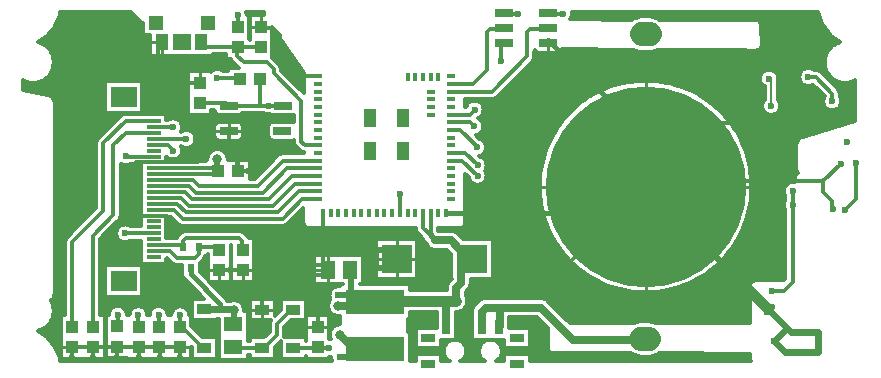
<source format=gbr>
G04 DipTrace 3.2.0.1*
G04 Top.gbr*
%MOIN*%
G04 #@! TF.FileFunction,Copper,L1,Top*
G04 #@! TF.Part,Single*
%AMOUTLINE0*
4,1,4,
0.029542,-0.014735,
0.029513,0.014794,
-0.029542,0.014735,
-0.029513,-0.014794,
0.029542,-0.014735,
0*%
%AMOUTLINE3*
4,1,16,
-0.011741,0.041358,
-0.029685,0.037294,
-0.044088,0.025848,
-0.052097,0.009286,
-0.052129,-0.009112,
-0.044175,-0.025701,
-0.02981,-0.037196,
-0.011881,-0.041319,
0.011741,-0.041358,
0.029685,-0.037294,
0.044088,-0.025848,
0.052097,-0.009286,
0.052129,0.009112,
0.044175,0.025701,
0.02981,0.037196,
0.011881,0.041319,
-0.011741,0.041358,
0*%
%AMOUTLINE6*
4,1,4,
-0.029562,-0.013706,
0.029492,-0.013854,
0.029562,0.013706,
-0.029492,0.013854,
-0.029562,-0.013706,
0*%
G04 #@! TA.AperFunction,CopperBalancing*
%ADD10C,0.009843*%
%ADD15C,0.011811*%
G04 #@! TA.AperFunction,Conductor*
%ADD16C,0.019685*%
%ADD17C,0.027559*%
%ADD18C,0.015748*%
G04 #@! TA.AperFunction,ViaPad*
%ADD19C,0.023622*%
G04 #@! TA.AperFunction,Conductor*
%ADD20C,0.035433*%
%ADD21C,0.007874*%
%ADD24R,0.03937X0.043307*%
%ADD25R,0.043307X0.03937*%
%ADD26R,0.102362X0.094488*%
%ADD27R,0.051181X0.059055*%
%ADD28R,0.059055X0.051181*%
%ADD29R,0.19685X0.07874*%
%ADD30R,0.01378X0.031496*%
%ADD31R,0.031496X0.01378*%
%ADD32R,0.03937X0.059055*%
G04 #@! TA.AperFunction,ComponentPad*
%ADD33R,0.047244X0.047244*%
%ADD34R,0.059055X0.055118*%
%ADD35R,0.043307X0.055118*%
%ADD36C,0.669291*%
%ADD37R,0.049213X0.011811*%
%ADD38R,0.086614X0.070866*%
%ADD39R,0.024488X0.025512*%
%ADD41R,0.048031X0.03622*%
%ADD42R,0.047244X0.031496*%
%ADD43R,0.027559X0.049213*%
G04 #@! TA.AperFunction,ViaPad*
%ADD50C,0.031496*%
%ADD101OUTLINE0*%
G04 #@! TA.AperFunction,ComponentPad*
%ADD104OUTLINE3*%
%ADD107OUTLINE6*%
%FSLAX26Y26*%
G04*
G70*
G90*
G75*
G01*
G04 Top*
%LPD*%
X-951772Y-195276D2*
D15*
X-860314D1*
X-853236Y-202353D1*
Y-181571D1*
X-843975Y-172310D1*
X-665870D1*
X-655614Y-182566D1*
Y-209349D1*
X-654951Y-210012D1*
X-951772Y-214961D2*
X-897572D1*
X-875134Y-237399D1*
X-813886D1*
X-801740Y-225253D1*
Y-202353D1*
X-741182D1*
X-732818Y-210718D1*
Y-277647D2*
X-694618Y-276941D1*
X-654951D1*
X-694618Y-277623D2*
Y-276941D1*
X-951772Y-96850D2*
X-907396D1*
X-888059Y-116188D1*
X-951772Y80315D2*
X-1011564D1*
X-1020215Y71664D1*
Y-18051D1*
Y-56031D1*
Y-96850D1*
X-951772D1*
Y80315D2*
X-803411D1*
X-760050Y123676D1*
X-704938D1*
X-675264Y94001D1*
Y55453D1*
X-670408Y50597D1*
X-694618Y-277623D2*
Y-319878D1*
X-668514Y-345982D1*
X-589169D1*
Y-409974D1*
X-589751D1*
X-1072888Y-533421D2*
X-1111585D1*
X-1152501D1*
X-1152707Y-533627D1*
X-1072888Y-533421D2*
X-1001005D1*
X-1000828Y-533598D1*
X-933224D1*
X-932310Y-534513D1*
X-864585D1*
X-864114Y-534042D1*
X-1111585Y-533421D2*
Y-411487D1*
X-1127573Y-395499D1*
Y-186189D1*
X-1038235Y-96850D1*
X-1020215D1*
X-404155Y-468202D2*
Y-387089D1*
X-445262Y-345982D1*
X-589169D1*
X-1152707Y-533627D2*
X-1222245D1*
X-1222837Y-534219D1*
X-888059Y-116188D2*
Y-118932D1*
X-871928Y-135063D1*
X-792087D1*
X-759052D1*
X-728220D1*
X-698491D1*
X-541852D1*
X-415990Y-260925D1*
X-386776Y-88871D2*
Y-262114D1*
X-371785Y-277105D1*
X-416062Y-294970D2*
X-389650D1*
X-371785Y-277105D1*
X-415990Y-260925D2*
X-387965D1*
X-207365Y-270402D2*
D16*
X-170209D1*
D15*
X-141635Y-241828D1*
X-208514Y-212799D2*
D16*
X-170664D1*
D15*
X-141635Y-241828D1*
X22673Y-88871D2*
D18*
X131636D1*
X158152D1*
X282769D1*
X599318D1*
D15*
X688189Y0D1*
X707654Y625D2*
X688189Y0D1*
X-416062Y-294970D2*
Y-316781D1*
X-445262Y-345982D1*
X-415990Y-260925D2*
Y-294898D1*
X-416062Y-294970D1*
X-208514Y-212799D2*
Y-270402D1*
X-207365D1*
X363280Y478484D2*
Y489434D1*
D18*
X558773Y293941D1*
D15*
Y216996D1*
Y129416D1*
X688189Y0D1*
X-760050Y123676D2*
Y140902D1*
X-873194Y254046D1*
X-909230D1*
X-937373Y282189D1*
Y345900D1*
Y466538D1*
X-923247Y480664D1*
X-701210Y184636D2*
Y121765D1*
X-675264Y94001D1*
X-402524Y367822D2*
X-463555D1*
X-485150Y389416D1*
X-531253Y435520D1*
Y505568D1*
X-554307Y528622D1*
X-591580D1*
X-594092Y531134D1*
X-530367Y417713D2*
X-531253Y435520D1*
X-633000Y53010D2*
X-667995D1*
X-670408Y50597D1*
X-798354Y345900D2*
X-937373D1*
X707654Y625D2*
Y17938D1*
X1273944D1*
X1280786D1*
Y20867D1*
X1283349D1*
X1338198Y75717D1*
X1273944Y17938D2*
X1279765Y12117D1*
Y-18667D1*
X1310698Y-49600D1*
Y-74134D1*
X1312915Y-76350D1*
X1272385Y281741D2*
Y236927D1*
X1246711Y211253D1*
X918282D1*
X707654Y625D1*
X1262466Y-484724D2*
D19*
X1172913D1*
X1158778Y-470589D1*
X1103580Y-415391D1*
X844466Y-156277D1*
X688189Y0D1*
X564253Y216996D2*
D15*
X558773D1*
X837026Y-163717D2*
X844466Y-156277D1*
X-1223152Y-572412D2*
Y-534534D1*
X-1227972Y-49479D2*
Y-12336D1*
X-1227487Y-11850D1*
Y29186D1*
X-1226021Y30652D1*
Y69491D1*
X-1011470Y-56031D2*
X-1020215D1*
X-1011470Y-16923D2*
X-1020215Y-18051D1*
X-1153524Y-572252D2*
Y-534444D1*
X-1072298Y-571125D2*
Y-534012D1*
X-1072888Y-533421D1*
X-1000098Y-572252D2*
Y-534328D1*
X-930906Y-570748D2*
Y-535917D1*
X-932310Y-534513D1*
X-863594Y-571125D2*
Y-534562D1*
X-546382Y-249896D2*
Y-282883D1*
X-792087Y-139403D2*
Y-135063D1*
X-759052Y-139954D2*
Y-135063D1*
X-728220Y-139403D2*
Y-135063D1*
X-698491Y-139403D2*
Y-135063D1*
X-614222Y202682D2*
Y170585D1*
X-613135Y169499D1*
Y135109D1*
X-612235Y134209D1*
X132877Y-78815D2*
D18*
X131636Y-88871D1*
X158152Y-95421D2*
Y-88871D1*
X132345Y-44828D2*
D15*
Y-78283D1*
X132877Y-78815D1*
Y-111739D1*
X132937Y-111799D1*
X158152Y-95421D2*
Y-60675D1*
X156912Y-59434D1*
X1127211Y558386D2*
X1164453D1*
X1198147D1*
X1199034Y559273D1*
X-480633Y362223D2*
X-460087Y363182D1*
X-463555Y367822D1*
X-505134Y389213D2*
X-504930Y389416D1*
X-485150D1*
X282769Y-84944D2*
D18*
Y-88871D1*
X1110341Y-399982D2*
D15*
Y-403255D1*
X1098205Y-415391D1*
X1103580D1*
X1263286Y-552493D2*
D19*
X1152199D1*
X1115642Y-515936D1*
X1263286Y-552493D2*
X1262466Y-484724D1*
X217707Y-285301D2*
D15*
X402888D1*
X688189Y0D1*
X1093602Y-418264D2*
X1090858D1*
X1011810Y-339215D1*
Y-323621D1*
X688189Y0D1*
X1110341Y-399982D2*
X1104819D1*
X1027925Y-323088D1*
X1011277D1*
X1115642Y-515936D2*
Y-513726D1*
D19*
X1158778Y-470589D1*
X-612235Y134209D2*
D15*
Y73776D1*
X-633000Y53010D1*
X-546382Y-249896D2*
Y-212542D1*
X-546370Y-212530D1*
Y-182500D1*
X-951772Y-155906D2*
X-1046606Y-156293D1*
X-1071583Y-427772D2*
Y-465186D1*
X-1072888Y-466492D1*
X-486176Y-539252D2*
X-408276D1*
X-404155Y-535131D1*
X-951772Y198425D2*
X-887946D1*
X-886839Y197318D1*
X-366479Y-537298D2*
X-401988D1*
X-404155Y-535131D1*
X-951772Y-77165D2*
X-884433D1*
X-854778Y-106820D1*
X-521148D1*
X-455955Y-41627D1*
X-402524D1*
X-951772Y-57480D2*
X-873039D1*
X-845226Y-85294D1*
X-536864D1*
X-467606Y-16037D1*
X-402524D1*
X-951772Y-37795D2*
X-859907D1*
X-833957Y-63745D1*
X-553442D1*
X-480143Y9554D1*
X-402524D1*
X-951772Y-18110D2*
X-846773D1*
X-822675Y-42209D1*
X-568260D1*
X-490907Y35144D1*
X-402524D1*
X-951772Y1575D2*
X-833640D1*
X-811736Y-20329D1*
X-588055D1*
X-506991Y60735D1*
X-402524D1*
X-951772Y21260D2*
X-819824D1*
X-800797Y2232D1*
X-604508D1*
X-520415Y86325D1*
X-402524D1*
X-951772Y60630D2*
X-747370D1*
X-737337Y50597D1*
X-951772Y40945D2*
X-746990D1*
X-737337Y50597D1*
X-738764Y90539D2*
D16*
Y52024D1*
D15*
X-737337Y50597D1*
X-336311Y-397601D2*
D17*
X-229240D1*
D15*
X-215135Y-383496D1*
X-296982Y-277105D2*
D16*
X-292598D1*
Y-353900D1*
D15*
X-263003Y-383496D1*
X-215135D1*
X-54098Y-88871D2*
Y-137621D1*
X-28614Y-163105D1*
D16*
X-12077Y-179642D1*
D17*
X39381D1*
X73433Y-213694D1*
Y-322178D1*
X57917Y-337694D1*
Y-382133D1*
D20*
X23584D1*
D17*
Y-467493D1*
X-28508Y-88871D2*
D15*
X-28614D1*
Y-163105D1*
X-215135Y-383496D2*
D20*
Y-382133D1*
X14295D1*
X23584D1*
X207510Y418605D2*
D15*
Y470993D1*
X214854Y478337D1*
X-671109Y570570D2*
Y533406D1*
X-671949Y532566D1*
X-738643Y361262D2*
X-667073D1*
X-664227Y358416D1*
X1391113Y78234D2*
Y-41474D1*
X1354639Y-77948D1*
X1310722Y283896D2*
Y309816D1*
X1255134Y365404D1*
X1230722D1*
X58022Y-382133D2*
X57917D1*
X13446Y-381815D2*
D16*
X14295Y-382133D1*
X56930Y-340241D2*
X57917Y-337694D1*
X73433Y-213694D2*
D17*
X82213D1*
D15*
X110346Y-241828D1*
X-335609Y-362201D2*
D16*
X-236430D1*
D15*
X-215135Y-383496D1*
X-951772Y100000D2*
X-1042896D1*
X-1043566Y100669D1*
X-1002088Y-428513D2*
Y-465409D1*
X-1000828Y-466669D1*
X-934912Y-428430D2*
Y-464982D1*
X-932310Y-467584D1*
X-951772Y139370D2*
X-903608D1*
X-884013Y119776D1*
X-886719D1*
X-862783Y-429668D2*
Y-467113D1*
X-864114D1*
X-862783Y-429668D2*
Y-462644D1*
X-786516Y-538912D1*
X-782633D1*
X-951772Y159055D2*
X-843559D1*
X-843021Y158517D1*
X-684281Y-412866D2*
D16*
X-782633D1*
Y-409957D1*
X-827488Y-272825D2*
D18*
Y-292429D1*
X-729509Y-390408D1*
Y-409957D1*
X-782633D1*
D16*
X-695406D1*
D15*
X-683699Y-421663D1*
D16*
Y-458678D1*
D15*
X-686213D1*
X-330144Y-493875D2*
D17*
X-283043Y-540976D1*
D19*
X-215135D1*
X-330510Y-568262D2*
D16*
X-242421D1*
D15*
X-215135Y-540976D1*
X-686213Y-533482D2*
Y-538929D1*
X-589751D1*
Y-543392D1*
X-539824Y-493466D1*
Y-457999D1*
X-492122Y-410297D1*
X-486176D1*
X38421Y239869D2*
X102056D1*
X118135Y255948D1*
X261930Y576303D2*
X216791D1*
X214756Y578339D1*
X-951772Y178740D2*
X-1044051D1*
X-1085505Y137286D1*
Y-94861D1*
X-1154887Y-164243D1*
Y-464518D1*
X-1152707Y-466698D1*
X-1222837Y-467290D2*
Y-186146D1*
X-1119147Y-82455D1*
Y143898D1*
X-1044934Y218110D1*
X-951772D1*
X38421Y342231D2*
X112097D1*
X159066Y389199D1*
Y513837D1*
X170593Y525365D1*
X211832D1*
X214806Y528339D1*
X38421Y316640D2*
X176474D1*
X293844Y434010D1*
Y516499D1*
X303808Y526463D1*
X361210D1*
X363230Y528483D1*
X141694Y-467493D2*
D17*
Y-418276D1*
X156490Y-403480D1*
X202043D1*
Y-466199D1*
X200749Y-467493D1*
X202043Y-403480D2*
X338465D1*
X446692Y-511707D1*
X683503D1*
X687337Y-507873D1*
X38421Y214278D2*
D15*
X103787D1*
X117781Y200285D1*
X412587Y575416D2*
X366249D1*
X363181Y578484D1*
X-130870Y-88871D2*
Y-25493D1*
X-130916Y-25448D1*
X-567083Y269990D2*
X-523017D1*
X-521864Y268836D1*
X-700997Y269282D2*
X-597298Y268836D1*
X-521864D1*
X-597298Y358416D2*
Y268836D1*
X-798354Y278971D2*
X-710686D1*
X-700997Y269282D1*
X-402524Y137507D2*
X-448151D1*
X-459951Y149307D1*
Y285467D1*
X-551260Y376776D1*
Y390581D1*
X-574264Y413585D1*
X-651266D1*
X-673319Y435638D1*
Y464899D1*
X-777560D1*
X-793325Y480664D1*
X-594092Y464205D2*
X-670517D1*
X-671949Y465636D1*
X-673319Y435638D1*
X38421Y111916D2*
X86780D1*
X128172Y70524D1*
X1178556Y-62328D2*
Y-14659D1*
X1179144D1*
X38421Y86325D2*
X77862D1*
X128156Y36031D1*
X1110512Y-348799D2*
X1148290D1*
X1178556Y-318533D1*
Y-62328D1*
X38421Y188688D2*
X70178D1*
X128563Y130303D1*
X126572D1*
X1107214Y268638D2*
D21*
Y352413D1*
X1099832Y359795D1*
D19*
X261930Y576303D3*
X412587Y575416D3*
X-671109Y570570D3*
X1199034Y559273D3*
X1127211Y558386D3*
X1164453D3*
X-1212777Y543068D3*
X-1140545Y542903D3*
X-1176858Y542646D3*
X-1104837Y542298D3*
X-530367Y417713D3*
X207510Y418605D3*
X-505134Y389213D3*
X303703Y386012D3*
X537462Y376927D3*
X1230722Y365404D3*
X-480633Y362223D3*
X281180Y361987D3*
X-738643Y361262D3*
X1099832Y359795D3*
X469037Y342714D3*
X256155Y334959D3*
X410115Y300899D3*
X1310722Y283896D3*
X1272385Y281741D3*
X1107214Y268638D3*
X-567083Y269990D3*
X118135Y255948D3*
X358797Y249580D3*
X628514Y219852D3*
X692776D3*
X564253Y216996D3*
X-614222Y202682D3*
X117781Y200285D3*
X-886839Y197318D3*
X313180Y186857D3*
X-613135Y169499D3*
X-843021Y158517D3*
X-612235Y134209D3*
X126572Y130303D3*
X-483547Y125005D3*
X-886719Y119776D3*
X-1043566Y100669D3*
X413440Y97448D3*
X285743Y97126D3*
D50*
X-738764Y90539D3*
D19*
X1391113Y78234D3*
X1338198Y75717D3*
X128172Y70524D3*
X-1226021Y69491D3*
X-633000Y53010D3*
X128156Y36031D3*
X-1226021Y30652D3*
D50*
X707654Y625D3*
D19*
X-1227487Y-11850D3*
X470004Y-12916D3*
X1179144Y-14659D3*
X-1011470Y-16923D3*
X-130916Y-25448D3*
X132345Y-44828D3*
X868140Y-47844D3*
X917493D3*
X-1227972Y-49479D3*
X812350Y-49990D3*
X-1011470Y-56031D3*
X156912Y-59434D3*
X470004Y-60041D3*
X1178556Y-62328D3*
X1312915Y-76350D3*
X1354639Y-77948D3*
X132877Y-78815D3*
X622155Y-83176D3*
X282769Y-84944D3*
X158152Y-95421D3*
X470004Y-110022D3*
X132937Y-111799D3*
X-888059Y-116188D3*
X-466789Y-117433D3*
X574362Y-130969D3*
X-792087Y-139403D3*
X-728220D3*
X-698491D3*
X-759052Y-139954D3*
D3*
X1110341Y-399982D3*
X-449270Y-150466D3*
X303676Y-151469D3*
X-411732Y-152469D3*
X-1046606Y-156293D3*
X837026Y-163717D3*
X707206Y-164790D3*
X770507D3*
X533396Y-172909D3*
X-546370Y-182500D3*
X-1081743Y-196942D3*
X328386Y-208490D3*
X-208514Y-212799D3*
X-546370Y-212530D3*
X-1082198Y-228339D3*
X-520463Y-229442D3*
X-546382Y-249896D3*
X-415990Y-260925D3*
X729738Y-261350D3*
X679311Y-262424D3*
X1360802Y147020D3*
X362598Y-263610D3*
X-519252Y-264568D3*
X625667Y-264570D3*
X-207365Y-270402D3*
X-694618Y-277623D3*
X-546382Y-282883D3*
X-416062Y-294970D3*
X-920606Y-304770D3*
X408215Y-320631D3*
X-899769Y-328501D3*
X202064Y-331870D3*
X1262466Y-484724D3*
D50*
X58022Y-382133D3*
X-336311Y-397601D3*
X-684281Y-412866D3*
D19*
X1093602Y-418264D3*
X-1071583Y-427772D3*
X-1002088Y-428513D3*
X-934912Y-428430D3*
X-862783Y-429668D3*
X1115642Y-515936D3*
X217707Y-285301D3*
D50*
X-330144Y-493875D3*
D19*
X-51127Y-450045D3*
X-366479Y-537298D3*
X-330510Y-568262D3*
X877114Y-568457D3*
X925079D3*
X427440Y-569123D3*
X466744Y-569789D3*
X-930906Y-570748D3*
X-1072298Y-571125D3*
X-863594D3*
X-1153524Y-572252D3*
X-1000098D3*
X-1223152Y-572412D3*
X1110512Y-348799D3*
X1263286Y-552493D3*
X13446Y-381815D3*
X56930Y-340241D3*
X-335609Y-362201D3*
X-1264455Y570997D2*
D15*
X-1016895D1*
X-632888D2*
X-584085D1*
X443437D2*
X1264479D1*
X-1269185Y559318D2*
X-1005199D1*
X439077D2*
X646753D1*
X731331D2*
X1269346D1*
X-1273937Y547638D2*
X-993526D1*
X1071290D2*
X1274214D1*
X-1278665Y535958D2*
X-987898D1*
X1074843D2*
X1279104D1*
X-1287201Y524278D2*
X-987898D1*
X1075142D2*
X1287524D1*
X-1296428Y512598D2*
X-987898D1*
X-555033D2*
X-544177D1*
X1075465D2*
X1296589D1*
X-1306186Y500919D2*
X-964276D1*
X-555033D2*
X-536172D1*
X1075765D2*
X1306186D1*
X-1322657Y489239D2*
X-964276D1*
X-555033D2*
X-528167D1*
X1076066D2*
X1322657D1*
X-1325310Y477559D2*
X-964276D1*
X-555033D2*
X-520163D1*
X1076388D2*
X1325310D1*
X-1307039Y465879D2*
X-964276D1*
X-555033D2*
X-512181D1*
X1075741D2*
X1307039D1*
X-1296589Y454199D2*
X-964276D1*
X-555033D2*
X-504176D1*
X409480D2*
X650352D1*
X727824D2*
X870193D1*
X1064785D2*
X1296589D1*
X-1289923Y442520D2*
X-964276D1*
X-555033D2*
X-496172D1*
X319122D2*
X1289923D1*
X-1285886Y430840D2*
X-711008D1*
X-555033D2*
X-488190D1*
X318913D2*
X1285886D1*
X-1284063Y419160D2*
X-692068D1*
X-544583D2*
X-480185D1*
X314000D2*
X1284063D1*
X-1284224Y407480D2*
X-680419D1*
X-532911D2*
X-472180D1*
X302558D2*
X1284224D1*
X-1286416Y395801D2*
X-705240D1*
X-526567D2*
X-464176D1*
X290886D2*
X1286416D1*
X-1290823Y384121D2*
X-837399D1*
X-523360D2*
X-456194D1*
X279213D2*
X1081085D1*
X1118580D2*
X1206092D1*
X1271478D2*
X1290823D1*
X-1298020Y372441D2*
X-837399D1*
X-511664D2*
X-452341D1*
X267541D2*
X1071442D1*
X1128223D2*
X1200371D1*
X1283358D2*
X1298020D1*
X-1309323Y360761D2*
X-837399D1*
X-499992D2*
X-452365D1*
X255845D2*
X1068673D1*
X1130991D2*
X1199909D1*
X1295030D2*
X1309323D1*
X-1386602Y349081D2*
X-1377927D1*
X-1330269D2*
X-1113850D1*
X-988512D2*
X-837399D1*
X-488319D2*
X-452387D1*
X244172D2*
X635680D1*
X740697D2*
X1070635D1*
X1130529D2*
X1204362D1*
X1306703D2*
X1330269D1*
X1377915D2*
X1386626D1*
X-1386602Y337402D2*
X-1113850D1*
X-988512D2*
X-837399D1*
X-476623D2*
X-452411D1*
X232500D2*
X583799D1*
X792577D2*
X1078685D1*
X1130529D2*
X1218780D1*
X1318399D2*
X1386626D1*
X-1386602Y325722D2*
X-1113850D1*
X-988512D2*
X-837399D1*
X-464950D2*
X-452457D1*
X220804D2*
X551365D1*
X825012D2*
X1083899D1*
X1130529D2*
X1259564D1*
X1330003D2*
X1386626D1*
X-1350131Y314042D2*
X-1113850D1*
X-988512D2*
X-837399D1*
X209131D2*
X526175D1*
X850202D2*
X1083899D1*
X1130529D2*
X1271238D1*
X1335631D2*
X1386626D1*
X-1297189Y302362D2*
X-1113850D1*
X-988512D2*
X-837399D1*
X197458D2*
X505159D1*
X871218D2*
X1083899D1*
X1130529D2*
X1282911D1*
X1336000D2*
X1386626D1*
X-1283879Y290682D2*
X-1113850D1*
X-988512D2*
X-837399D1*
X88391D2*
X487028D1*
X889349D2*
X1083899D1*
X1130529D2*
X1280327D1*
X1341121D2*
X1386626D1*
X-1279843Y279003D2*
X-1113850D1*
X-988512D2*
X-837399D1*
X88391D2*
X97748D1*
X138518D2*
X471017D1*
X905358D2*
X1077878D1*
X1136550D2*
X1279934D1*
X1341490D2*
X1386626D1*
X-1279335Y267323D2*
X-1113850D1*
X-988512D2*
X-837399D1*
X147077D2*
X456715D1*
X919661D2*
X1076055D1*
X1138373D2*
X1284525D1*
X1336899D2*
X1386626D1*
X-1279335Y255643D2*
X-1113850D1*
X-988512D2*
X-837399D1*
X149315D2*
X443820D1*
X932556D2*
X1078986D1*
X1135444D2*
X1299450D1*
X1321997D2*
X1386626D1*
X-1279335Y243963D2*
X-837399D1*
X-759303D2*
X-745748D1*
X-656211D2*
X-583185D1*
X146823D2*
X432101D1*
X944276D2*
X1088974D1*
X1125454D2*
X1386626D1*
X-1279335Y232283D2*
X-1066007D1*
X-907795D2*
X-485238D1*
X137757D2*
X421420D1*
X954955D2*
X1386626D1*
X-1279335Y220604D2*
X-1077703D1*
X-866734D2*
X-485238D1*
X141033D2*
X411639D1*
X964736D2*
X1386626D1*
X-1279335Y208924D2*
X-1089375D1*
X-857990D2*
X-746786D1*
X-655680D2*
X-567337D1*
X147699D2*
X402689D1*
X973710D2*
X1353614D1*
X-1279335Y197244D2*
X-1101049D1*
X-855660D2*
X-750085D1*
X-652289D2*
X-570936D1*
X148807D2*
X394454D1*
X981923D2*
X1314698D1*
X-1279335Y185564D2*
X-1112744D1*
X-828854D2*
X-750109D1*
X-652312D2*
X-570959D1*
X145093D2*
X386911D1*
X989466D2*
X1275759D1*
X-1279335Y173885D2*
X-1124416D1*
X-816075D2*
X-750131D1*
X-652335D2*
X-571005D1*
X133213D2*
X379990D1*
X996387D2*
X1236819D1*
X-1279335Y162205D2*
X-1136089D1*
X-812060D2*
X-747917D1*
X-654504D2*
X-569021D1*
X131921D2*
X373669D1*
X1002707D2*
X1202655D1*
X-1279335Y150525D2*
X-1143493D1*
X-812915D2*
X-485238D1*
X149915D2*
X367902D1*
X1008475D2*
X1192966D1*
X-1279335Y138845D2*
X-1144417D1*
X-819189D2*
X-482837D1*
X156512D2*
X362642D1*
X1013734D2*
X1189852D1*
X-1279335Y127165D2*
X-1144417D1*
X-856467D2*
X-473056D1*
X157596D2*
X357890D1*
X1018487D2*
X1189760D1*
X-1279335Y115486D2*
X-1144417D1*
X-855845D2*
X-762958D1*
X-714573D2*
X-459101D1*
X153836D2*
X353600D1*
X1022777D2*
X1189760D1*
X-1279335Y103806D2*
X-1144417D1*
X-860135D2*
X-771193D1*
X-706339D2*
X-538178D1*
X141818D2*
X349793D1*
X1026583D2*
X1189760D1*
X-1279335Y92126D2*
X-1144417D1*
X-907795D2*
X-899550D1*
X-873907D2*
X-773846D1*
X-703685D2*
X-549874D1*
X150168D2*
X346402D1*
X1029974D2*
X1189760D1*
X-1279335Y80446D2*
X-1144417D1*
X-629382D2*
X-561547D1*
X157665D2*
X343472D1*
X1032904D2*
X1189760D1*
X-1279335Y68766D2*
X-1144417D1*
X-1060231D2*
X-995740D1*
X-629382D2*
X-573220D1*
X159303D2*
X340934D1*
X1035441D2*
X1189760D1*
X-1279335Y57087D2*
X-1144417D1*
X-1060231D2*
X-995740D1*
X-629382D2*
X-584916D1*
X156167D2*
X338812D1*
X1037564D2*
X1190037D1*
X-1279335Y45407D2*
X-1144417D1*
X-1060231D2*
X-995740D1*
X-629382D2*
X-596588D1*
X157827D2*
X337105D1*
X1039270D2*
X1193451D1*
X-1279335Y33727D2*
X-1144417D1*
X-1060231D2*
X-995740D1*
X-629382D2*
X-608261D1*
X88369D2*
X95210D1*
X159257D2*
X335790D1*
X1040585D2*
X1185677D1*
X-1279335Y22047D2*
X-1144417D1*
X-1060231D2*
X-995740D1*
X88369D2*
X100424D1*
X155890D2*
X334867D1*
X1041508D2*
X1184916D1*
X-1279335Y10367D2*
X-1144417D1*
X-1060231D2*
X-995740D1*
X88369D2*
X111450D1*
X144862D2*
X334314D1*
X1042062D2*
X1161409D1*
X-1279335Y-1312D2*
X-1144417D1*
X-1060231D2*
X-995740D1*
X88369D2*
X334176D1*
X1042201D2*
X1151097D1*
X-1279335Y-12992D2*
X-1144417D1*
X-1060231D2*
X-995740D1*
X88369D2*
X334407D1*
X1041970D2*
X1148007D1*
X-1279335Y-24672D2*
X-1144417D1*
X-1060231D2*
X-995740D1*
X88369D2*
X335029D1*
X1041346D2*
X1149690D1*
X-1279335Y-36352D2*
X-1144417D1*
X-1060231D2*
X-995740D1*
X88369D2*
X336045D1*
X1040332D2*
X1153289D1*
X-1279335Y-48031D2*
X-1144417D1*
X-1060231D2*
X-995740D1*
X88369D2*
X337451D1*
X1038925D2*
X1151005D1*
X-1279335Y-59711D2*
X-1144417D1*
X-1060231D2*
X-995740D1*
X88369D2*
X339274D1*
X1037126D2*
X1147499D1*
X-1279335Y-71391D2*
X-1144417D1*
X-1060231D2*
X-995740D1*
X88369D2*
X341466D1*
X1034911D2*
X1148768D1*
X-1279335Y-83071D2*
X-1155028D1*
X-1060231D2*
X-995740D1*
X-462136D2*
X-453425D1*
X88369D2*
X344096D1*
X1032281D2*
X1153289D1*
X-1279335Y-94751D2*
X-1166701D1*
X-1060231D2*
X-995740D1*
X-473832D2*
X-453449D1*
X88369D2*
X347140D1*
X1029236D2*
X1153289D1*
X-1279335Y-106430D2*
X-1178374D1*
X-1063184D2*
X-995740D1*
X-907795D2*
X-890433D1*
X-485504D2*
X-453472D1*
X88369D2*
X350601D1*
X1025776D2*
X1153289D1*
X-1279335Y-118110D2*
X-1190070D1*
X-1073495D2*
X-995740D1*
X-907795D2*
X-878738D1*
X-497177D2*
X-453495D1*
X88369D2*
X354522D1*
X1021854D2*
X1153289D1*
X-1279335Y-129790D2*
X-1201741D1*
X-1085168D2*
X-1061854D1*
X-1031373D2*
X-995740D1*
X-907795D2*
X-863236D1*
X-512702D2*
X-451327D1*
X85831D2*
X358906D1*
X1017471D2*
X1153289D1*
X-1279335Y-141470D2*
X-1213415D1*
X-1096864D2*
X-1073874D1*
X-907795D2*
X-79072D1*
X-3329D2*
X363773D1*
X1012604D2*
X1153289D1*
X-1279335Y-153150D2*
X-1225087D1*
X-1108535D2*
X-1077634D1*
X-907795D2*
X-859776D1*
X-650075D2*
X-73697D1*
X58449D2*
X369147D1*
X1007228D2*
X1153289D1*
X-1279335Y-164829D2*
X-1236782D1*
X-1120209D2*
X-1076550D1*
X-907795D2*
X-871748D1*
X-638102D2*
X-62139D1*
X70951D2*
X375030D1*
X1001346D2*
X1153289D1*
X-1279335Y-176509D2*
X-1246102D1*
X-1129621D2*
X-1069951D1*
X-615887D2*
X-212176D1*
X-71080D2*
X-54412D1*
X180895D2*
X381490D1*
X994887D2*
X1153289D1*
X-1279335Y-188189D2*
X-1248109D1*
X-1129621D2*
X-995740D1*
X-615887D2*
X-212176D1*
X-71080D2*
X-44353D1*
X180895D2*
X388549D1*
X987828D2*
X1153289D1*
X-1279335Y-199869D2*
X-1248109D1*
X-1129621D2*
X-995740D1*
X-615887D2*
X-212176D1*
X-71080D2*
X-38009D1*
X180895D2*
X396253D1*
X980147D2*
X1153289D1*
X-1279335Y-211549D2*
X-1248109D1*
X-1129621D2*
X-995740D1*
X-615887D2*
X-212176D1*
X-71080D2*
X-15241D1*
X180895D2*
X404627D1*
X971749D2*
X1153289D1*
X-1279335Y-223228D2*
X-1248109D1*
X-1129621D2*
X-995740D1*
X-615887D2*
X-212176D1*
X-71080D2*
X36571D1*
X180895D2*
X413762D1*
X962614D2*
X1153289D1*
X-1279335Y-234908D2*
X-1248109D1*
X-1129621D2*
X-995740D1*
X-778474D2*
X-771862D1*
X-615887D2*
X-416747D1*
X-252029D2*
X-212176D1*
X-71080D2*
X39801D1*
X180895D2*
X423751D1*
X952650D2*
X1153289D1*
X-1279335Y-246588D2*
X-1248109D1*
X-1129621D2*
X-995740D1*
X-907795D2*
X-901189D1*
X-787816D2*
X-771862D1*
X-615887D2*
X-416747D1*
X-252029D2*
X-212176D1*
X-71080D2*
X39801D1*
X180895D2*
X434639D1*
X941738D2*
X1153289D1*
X-1279335Y-258268D2*
X-1248109D1*
X-1129621D2*
X-995740D1*
X-907795D2*
X-888357D1*
X-795867D2*
X-771862D1*
X-615887D2*
X-416747D1*
X-252029D2*
X-212176D1*
X-71080D2*
X39801D1*
X180895D2*
X446612D1*
X929765D2*
X1153289D1*
X-1279335Y-269948D2*
X-1248109D1*
X-1129621D2*
X-1113850D1*
X-988512D2*
X-859106D1*
X-795867D2*
X-771862D1*
X-615887D2*
X-416747D1*
X-252029D2*
X-212176D1*
X-71080D2*
X39801D1*
X180895D2*
X459806D1*
X916570D2*
X1153289D1*
X-1279335Y-281627D2*
X-1248109D1*
X-1129621D2*
X-1113850D1*
X-988512D2*
X-859106D1*
X-795867D2*
X-771862D1*
X-615887D2*
X-416747D1*
X-252029D2*
X-212176D1*
X-71080D2*
X39801D1*
X180895D2*
X474455D1*
X901921D2*
X1153289D1*
X-1279335Y-293307D2*
X-1248109D1*
X-1129621D2*
X-1113850D1*
X-988512D2*
X-859106D1*
X-788577D2*
X-771862D1*
X-615887D2*
X-416747D1*
X-252029D2*
X-212176D1*
X-71080D2*
X39801D1*
X180895D2*
X490879D1*
X885497D2*
X1153289D1*
X-1279335Y-304987D2*
X-1248109D1*
X-1129621D2*
X-1113850D1*
X-988512D2*
X-851517D1*
X-615887D2*
X-416747D1*
X-252029D2*
X-212176D1*
X-71080D2*
X39801D1*
X180895D2*
X509588D1*
X866789D2*
X1153289D1*
X-1279335Y-316667D2*
X-1248109D1*
X-1129621D2*
X-1113850D1*
X-988512D2*
X-841298D1*
X-615887D2*
X-416747D1*
X-252029D2*
X32648D1*
X106592D2*
X531387D1*
X844988D2*
X1042469D1*
X-1279335Y-328346D2*
X-1248109D1*
X-1129621D2*
X-1113850D1*
X-988512D2*
X-829602D1*
X-753537D2*
X-332940D1*
X-97332D2*
X26167D1*
X105992D2*
X557846D1*
X818529D2*
X1035409D1*
X-1279335Y-340026D2*
X-1248109D1*
X-1129621D2*
X-1113850D1*
X-988512D2*
X-817929D1*
X-741841D2*
X-357000D1*
X-97332D2*
X24760D1*
X101148D2*
X592795D1*
X783580D2*
X1035178D1*
X-1279335Y-351706D2*
X-1248109D1*
X-1129621D2*
X-1113850D1*
X-988512D2*
X-806257D1*
X-730168D2*
X-364890D1*
X91067D2*
X658818D1*
X717559D2*
X1035202D1*
X-1280811Y-363386D2*
X-1248109D1*
X-1129621D2*
X-1113850D1*
X-988512D2*
X-794562D1*
X-718496D2*
X-366757D1*
X91067D2*
X1035224D1*
X-1288217Y-375066D2*
X-1248109D1*
X-1129621D2*
X-826026D1*
X-707261D2*
X-633129D1*
X-546360D2*
X-529551D1*
X-442782D2*
X-363898D1*
X94297D2*
X140655D1*
X354301D2*
X1035224D1*
X-1289623Y-386745D2*
X-1248109D1*
X-1129621D2*
X-826026D1*
X-661424D2*
X-633129D1*
X-546360D2*
X-529551D1*
X-442782D2*
X-369642D1*
X94713D2*
X126837D1*
X368118D2*
X1035248D1*
X-1285724Y-398425D2*
X-1248109D1*
X-1129621D2*
X-1078995D1*
X-1064176D2*
X-826026D1*
X-652382D2*
X-633129D1*
X-546360D2*
X-529551D1*
X-442782D2*
X-371417D1*
X91091D2*
X115465D1*
X379791D2*
X1035270D1*
X-1284017Y-410105D2*
X-1248109D1*
X-1129621D2*
X-1097010D1*
X-1046159D2*
X-1026953D1*
X-977207D2*
X-959846D1*
X-909987D2*
X-886719D1*
X-838866D2*
X-826026D1*
X-649268D2*
X-633129D1*
X-546360D2*
X-529551D1*
X-442782D2*
X-369042D1*
X81609D2*
X109605D1*
X391487D2*
X1035270D1*
X-1284294Y-421785D2*
X-1248109D1*
X-1129621D2*
X-1102155D1*
X-1041014D2*
X-1032512D1*
X-971671D2*
X-965362D1*
X-904472D2*
X-892902D1*
X-832661D2*
X-826026D1*
X-546360D2*
X-538879D1*
X-442782D2*
X-361290D1*
X-97332D2*
X-9567D1*
X56741D2*
X108543D1*
X403160D2*
X1035294D1*
X-1286601Y-433465D2*
X-1261881D1*
X-365110D2*
X-332940D1*
X-97332D2*
X-9567D1*
X56741D2*
X108543D1*
X414832D2*
X1035318D1*
X-1291169Y-445144D2*
X-1261881D1*
X-365110D2*
X-330724D1*
X-100862D2*
X-9567D1*
X56741D2*
X108543D1*
X235198D2*
X333738D1*
X426528D2*
X1035318D1*
X-1298551Y-456824D2*
X-1261881D1*
X-825049D2*
X-735114D1*
X-637318D2*
X-565076D1*
X-503383D2*
X-443206D1*
X-365110D2*
X-330748D1*
X-100908D2*
X-9567D1*
X56741D2*
X108543D1*
X235198D2*
X345411D1*
X-1310177Y-468504D2*
X-1261881D1*
X-821657D2*
X-735114D1*
X-637318D2*
X-565100D1*
X-514547D2*
X-443206D1*
X-365110D2*
X-353862D1*
X-100978D2*
X-9567D1*
X56741D2*
X108543D1*
X235106D2*
X357106D1*
X-1332345Y-480184D2*
X-1261881D1*
X-809984D2*
X-735114D1*
X-637318D2*
X-565100D1*
X-514547D2*
X-443206D1*
X-101046D2*
X-78472D1*
X56741D2*
X108543D1*
X302789D2*
X361097D1*
X-1318966Y-491864D2*
X-1261881D1*
X-798312D2*
X-735114D1*
X-637318D2*
X-573474D1*
X-514547D2*
X-443206D1*
X-97332D2*
X-78472D1*
X56741D2*
X108543D1*
X302789D2*
X360982D1*
X-1303602Y-503543D2*
X-1261881D1*
X-97332D2*
X-78472D1*
X56741D2*
X108543D1*
X302789D2*
X360866D1*
X-1294352Y-515223D2*
X-1261881D1*
X-97332D2*
X-78472D1*
X7513D2*
X35163D1*
X71043D2*
X153273D1*
X189154D2*
X216803D1*
X302789D2*
X360727D1*
X-1285125Y-526903D2*
X-1261881D1*
X-538008D2*
X-529551D1*
X-97332D2*
X-78472D1*
X7513D2*
X21299D1*
X84908D2*
X139409D1*
X203018D2*
X216803D1*
X302789D2*
X360613D1*
X-1277605Y-538583D2*
X-1261881D1*
X-546360D2*
X-529551D1*
X-97332D2*
X-78472D1*
X7513D2*
X15579D1*
X90652D2*
X133689D1*
X208762D2*
X216832D1*
X302789D2*
X360520D1*
X-1272852Y-550262D2*
X-1261881D1*
X-546360D2*
X-529551D1*
X-97332D2*
X14079D1*
X92151D2*
X132189D1*
X210261D2*
X365526D1*
X-1268123Y-561942D2*
X-1261890D1*
X-546360D2*
X-529551D1*
X-97332D2*
X-78472D1*
X7513D2*
X16291D1*
X89959D2*
X134381D1*
X208070D2*
X216801D1*
X302789D2*
X649567D1*
X725240D2*
X1035479D1*
X-1183785Y-573622D2*
X-971357D1*
X-546360D2*
X-529551D1*
X-97332D2*
X-78472D1*
X7513D2*
X22983D1*
X83224D2*
X141093D1*
X201335D2*
X216803D1*
X302789D2*
X1035501D1*
X-556218Y491290D2*
Y429605D1*
X-532938Y406230D1*
X-530715Y403171D1*
X-528999Y399802D1*
X-527831Y396206D1*
X-527240Y392471D1*
X-527165Y390573D1*
X-525870Y385461D1*
X-451310Y310900D1*
X-451143Y378474D1*
X-556224Y531925D1*
X-556222Y491291D1*
X-631966Y488285D2*
Y570976D1*
X-582890D1*
X-584362Y574323D1*
X-585029Y577098D1*
X-585252Y579944D1*
X-585196Y581377D1*
X-587789Y582677D1*
X-643684D1*
X-642577Y579840D1*
X-641478Y575262D1*
X-641181Y572399D1*
X-634075Y572408D1*
X-634098Y492723D1*
X-760480Y254891D2*
Y239129D1*
X-836228D1*
Y385743D1*
X-760480D1*
Y381835D1*
X-758126Y384075D1*
X-754318Y386841D1*
X-750123Y388979D1*
X-745647Y390433D1*
X-740997Y391171D1*
X-736289D1*
X-731639Y390433D1*
X-727163Y388979D1*
X-722969Y386841D1*
X-720786Y385357D1*
X-704070Y385503D1*
Y396290D1*
X-668059D1*
X-691115Y419395D1*
X-693438Y422379D1*
X-695266Y425697D1*
X-709823Y425794D1*
Y440811D1*
X-753482Y440804D1*
X-753483Y434916D1*
X-963089D1*
Y503812D1*
X-986711Y503814D1*
Y543423D1*
X-988253Y543950D1*
X-989749Y545038D1*
X-1027394Y582682D1*
X-1264046Y582676D1*
X-1265163Y572307D1*
X-1280459Y534478D1*
X-1284776Y528823D1*
X-1306310Y501730D1*
X-1335703Y480827D1*
X-1327678Y478066D1*
X-1322756Y475797D1*
X-1318028Y473148D1*
X-1313520Y470136D1*
X-1309264Y466781D1*
X-1305283Y463102D1*
X-1301605Y459122D1*
X-1298249Y454866D1*
X-1295238Y450358D1*
X-1292589Y445630D1*
X-1290320Y440707D1*
X-1288444Y435622D1*
X-1286972Y430406D1*
X-1285916Y425089D1*
X-1285278Y419707D1*
X-1285066Y414291D1*
X-1285278Y408875D1*
X-1285916Y403493D1*
X-1286972Y398177D1*
X-1288444Y392961D1*
X-1290320Y387875D1*
X-1292589Y382953D1*
X-1295238Y378224D1*
X-1298249Y373717D1*
X-1301605Y369461D1*
X-1305283Y365480D1*
X-1309264Y361802D1*
X-1313520Y358446D1*
X-1318028Y355434D1*
X-1322756Y352786D1*
X-1327678Y350517D1*
X-1332764Y348640D1*
X-1337980Y347169D1*
X-1343297Y346113D1*
X-1348678Y345475D1*
X-1354094Y345262D1*
X-1359510Y345475D1*
X-1364892Y346113D1*
X-1370209Y347169D1*
X-1375425Y348640D1*
X-1380510Y350517D1*
X-1387780Y354100D1*
X-1387795Y321400D1*
X-1303304Y304280D1*
X-1294879Y300929D1*
X-1291550Y298181D1*
X-1286958Y293991D1*
X-1282260Y285598D1*
X-1281424Y281364D1*
X-1280512Y275673D1*
X-1280585Y-355256D1*
X-1282203Y-364178D1*
X-1284238Y-367986D1*
X-1287437Y-373316D1*
X-1294352Y-379323D1*
X-1290320Y-387875D1*
X-1288444Y-392961D1*
X-1286972Y-398177D1*
X-1285916Y-403493D1*
X-1285278Y-408875D1*
X-1285066Y-414291D1*
X-1285278Y-419707D1*
X-1285916Y-425089D1*
X-1286972Y-430406D1*
X-1288444Y-435622D1*
X-1290320Y-440707D1*
X-1292589Y-445630D1*
X-1295238Y-450358D1*
X-1298249Y-454866D1*
X-1301605Y-459122D1*
X-1305283Y-463102D1*
X-1309264Y-466781D1*
X-1313520Y-470136D1*
X-1318028Y-473148D1*
X-1322756Y-475797D1*
X-1327678Y-478066D1*
X-1332764Y-479942D1*
X-1335759Y-480786D1*
X-1306181Y-501852D1*
X-1280936Y-533685D1*
X-1280266Y-534902D1*
X-1265121Y-572478D1*
X-1264043Y-582699D1*
X-356823Y-582677D1*
X-358227Y-579743D1*
X-359681Y-575266D1*
X-360419Y-570617D1*
X-360449Y-566690D1*
X-364125Y-567206D1*
X-366286Y-567290D1*
X-366281Y-574974D1*
X-442029D1*
Y-563324D1*
X-443962Y-563346D1*
X-443971Y-575551D1*
X-528381D1*
Y-516104D1*
X-547531Y-535248D1*
X-547546Y-575228D1*
X-631955D1*
Y-563025D1*
X-638495Y-563024D1*
X-638496Y-577261D1*
X-733929D1*
Y-440888D1*
X-740407Y-440898D1*
X-740428Y-446256D1*
X-824837D1*
Y-373657D1*
X-783106D1*
X-847307Y-309356D1*
X-849711Y-306047D1*
X-850714Y-304255D1*
X-857921Y-303770D1*
Y-261486D1*
X-877025Y-261419D1*
X-880759Y-260828D1*
X-884354Y-259660D1*
X-887723Y-257944D1*
X-890782Y-255720D1*
X-907554Y-239054D1*
X-908976Y-240079D1*
Y-258740D1*
X-994567D1*
Y-180193D1*
X-1028652Y-180314D1*
X-1032987Y-183022D1*
X-1037336Y-184824D1*
X-1041913Y-185924D1*
X-1046606Y-186293D1*
X-1051299Y-185924D1*
X-1055877Y-184824D1*
X-1060226Y-183022D1*
X-1064240Y-180563D1*
X-1067819Y-177505D1*
X-1070877Y-173927D1*
X-1073336Y-169912D1*
X-1075138Y-165563D1*
X-1076238Y-160986D1*
X-1076606Y-156293D1*
X-1076238Y-151600D1*
X-1075138Y-147022D1*
X-1073336Y-142673D1*
X-1070877Y-138659D1*
X-1067819Y-135080D1*
X-1064240Y-132022D1*
X-1060226Y-129563D1*
X-1055877Y-127761D1*
X-1051299Y-126661D1*
X-1046606Y-126293D1*
X-1041913Y-126661D1*
X-1037336Y-127761D1*
X-1032987Y-129563D1*
X-1028836Y-132130D1*
X-994547Y-131986D1*
X-994543Y65039D1*
X-994567Y75913D1*
X-1026629Y75906D1*
X-1029946Y73940D1*
X-1034295Y72138D1*
X-1038873Y71038D1*
X-1043566Y70669D1*
X-1048259Y71038D1*
X-1052836Y72138D1*
X-1057185Y73940D1*
X-1061408Y76564D1*
X-1061484Y-96752D1*
X-1062076Y-100486D1*
X-1063244Y-104081D1*
X-1064961Y-107450D1*
X-1067184Y-110509D1*
X-1089346Y-132777D1*
X-1130795Y-174226D1*
X-1130793Y-426877D1*
X-1114833Y-426856D1*
Y-573470D1*
X-1184963Y-573510D1*
Y-574062D1*
X-1260711D1*
Y-427448D1*
X-1246940D1*
X-1246857Y-184255D1*
X-1246266Y-180521D1*
X-1245097Y-176925D1*
X-1243381Y-173556D1*
X-1241159Y-170497D1*
X-1218996Y-148230D1*
X-1143227Y-72461D1*
X-1143167Y145789D1*
X-1142576Y149522D1*
X-1141407Y153118D1*
X-1139692Y156487D1*
X-1137469Y159546D1*
X-1115306Y181814D1*
X-1060583Y236432D1*
X-1057524Y238655D1*
X-1054155Y240370D1*
X-1050559Y241539D1*
X-1046825Y242130D1*
X-1015407Y242205D1*
X-908976D1*
Y222528D1*
X-903121Y222520D1*
X-898319Y225034D1*
X-893843Y226488D1*
X-889193Y227226D1*
X-884484D1*
X-879835Y226488D1*
X-875358Y225034D1*
X-871164Y222896D1*
X-867356Y220130D1*
X-864026Y216801D1*
X-861260Y212992D1*
X-859122Y208798D1*
X-857668Y204322D1*
X-856930Y199672D1*
Y194963D1*
X-857668Y190314D1*
X-859122Y185837D1*
X-860419Y183144D1*
X-854501Y186234D1*
X-850025Y187688D1*
X-845375Y188425D1*
X-840667D1*
X-836017Y187688D1*
X-831541Y186234D1*
X-827346Y184096D1*
X-823538Y181329D1*
X-820209Y178000D1*
X-817442Y174192D1*
X-815304Y169997D1*
X-813850Y165521D1*
X-813113Y160871D1*
Y156163D1*
X-813850Y151513D1*
X-815304Y147037D1*
X-817442Y142843D1*
X-820209Y139034D1*
X-823538Y135705D1*
X-827346Y132938D1*
X-831541Y130801D1*
X-836017Y129346D1*
X-840667Y128609D1*
X-845375D1*
X-850025Y129346D1*
X-854501Y130801D1*
X-858696Y132938D1*
X-860310Y134017D1*
X-858188Y129046D1*
X-857088Y124469D1*
X-856719Y119776D1*
X-857088Y115083D1*
X-858188Y110505D1*
X-859990Y106156D1*
X-862449Y102142D1*
X-865507Y98563D1*
X-869085Y95505D1*
X-873100Y93046D1*
X-877449Y91244D1*
X-882026Y90144D1*
X-886719Y89776D1*
X-891412Y90144D1*
X-895990Y91244D1*
X-900339Y93046D1*
X-904353Y95505D1*
X-907932Y98563D1*
X-908975Y99690D1*
X-908976Y84717D1*
X-777167Y84724D1*
X-777180Y88471D1*
X-772635D1*
X-772596Y93202D1*
X-771762Y98462D1*
X-770118Y103526D1*
X-767699Y108272D1*
X-764570Y112580D1*
X-760804Y116345D1*
X-756496Y119475D1*
X-751751Y121894D1*
X-746686Y123538D1*
X-741427Y124371D1*
X-736101D1*
X-730841Y123538D1*
X-725777Y121894D1*
X-721031Y119475D1*
X-716723Y116345D1*
X-712958Y112580D1*
X-709828Y108272D1*
X-707409Y103526D1*
X-705765Y98462D1*
X-704932Y93202D1*
X-704908Y88470D1*
X-630566Y88471D1*
Y26329D1*
X-614472Y26327D1*
X-536063Y104647D1*
X-533004Y106870D1*
X-529635Y108587D1*
X-526039Y109755D1*
X-522306Y110346D1*
X-490887Y110420D1*
X-451786D1*
X-451920Y113709D1*
X-455597Y114591D1*
X-459089Y116038D1*
X-462314Y118013D1*
X-465193Y120475D1*
X-478273Y133659D1*
X-480495Y136718D1*
X-482211Y140087D1*
X-483381Y143682D1*
X-483971Y147416D1*
X-484046Y154266D1*
X-487007Y153024D1*
X-489783Y152364D1*
X-492635Y152147D1*
X-553110Y152354D1*
X-555929Y152808D1*
X-558640Y153697D1*
X-561181Y155000D1*
X-563486Y156682D1*
X-565499Y158706D1*
X-567171Y161020D1*
X-568459Y163566D1*
X-569335Y166282D1*
X-569774Y169102D1*
X-569757Y198091D1*
X-569526Y200936D1*
X-568853Y203709D1*
X-567753Y206343D1*
X-566256Y208773D1*
X-564398Y210938D1*
X-562222Y212787D1*
X-559785Y214272D1*
X-557146Y215357D1*
X-554369Y216017D1*
X-551517Y216234D1*
X-491042Y216026D1*
X-488224Y215572D1*
X-485512Y214684D1*
X-484211Y214079D1*
X-484046Y214268D1*
X-484155Y238755D1*
X-486794Y237669D1*
X-489571Y237009D1*
X-492417Y236793D1*
X-552898Y237000D1*
X-555715Y237454D1*
X-558428Y238343D1*
X-562390Y240358D1*
X-567083Y239990D1*
X-571776Y240358D1*
X-576353Y241458D1*
X-580702Y243260D1*
X-583255Y244743D1*
X-656618Y244996D1*
X-658676Y242534D1*
X-660852Y240685D1*
X-663289Y239201D1*
X-665928Y238115D1*
X-668705Y237455D1*
X-671556Y237239D1*
X-732031Y237446D1*
X-734850Y237900D1*
X-737562Y238789D1*
X-740102Y240092D1*
X-742407Y241774D1*
X-744420Y243798D1*
X-746092Y246112D1*
X-747381Y248657D1*
X-748256Y251374D1*
X-748696Y254201D1*
X-752025Y254877D1*
X-760491D1*
X41466Y-307261D2*
X40976D1*
Y-226453D1*
X26148Y-211619D1*
X-14585Y-211512D1*
X-19541Y-210727D1*
X-24311Y-209177D1*
X-28781Y-206899D1*
X-32840Y-203951D1*
X-36387Y-200404D1*
X-39335Y-196345D1*
X-41613Y-191875D1*
X-42734Y-188625D1*
X-49929Y-181310D1*
X-52514Y-177752D1*
X-54512Y-173832D1*
X-55761Y-170038D1*
X-72420Y-153269D1*
X-74643Y-150210D1*
X-76358Y-146841D1*
X-77528Y-143245D1*
X-78119Y-139504D1*
X-78627Y-138913D1*
X-435543Y-139295D1*
X-438362Y-138852D1*
X-441077Y-137974D1*
X-443622Y-136681D1*
X-445933Y-135005D1*
X-447954Y-132990D1*
X-449635Y-130682D1*
X-450934Y-128142D1*
X-451819Y-125428D1*
X-452269Y-122609D1*
X-452215Y-73873D1*
X-452210Y-71958D1*
X-505500Y-125142D1*
X-508559Y-127365D1*
X-511928Y-129080D1*
X-515524Y-130249D1*
X-519257Y-130840D1*
X-550676Y-130915D1*
X-856669Y-130840D1*
X-860403Y-130249D1*
X-863999Y-129080D1*
X-867367Y-127365D1*
X-870427Y-125142D1*
X-894408Y-101266D1*
X-908955Y-101260D1*
X-908976Y-171173D1*
X-874976Y-171181D1*
X-872730Y-167408D1*
X-870274Y-164533D1*
X-859623Y-153988D1*
X-856564Y-151765D1*
X-853196Y-150050D1*
X-849600Y-148881D1*
X-845866Y-148290D1*
X-814448Y-148215D1*
X-663979Y-148290D1*
X-660245Y-148881D1*
X-656650Y-150050D1*
X-653281Y-151765D1*
X-650222Y-153988D1*
X-638576Y-165528D1*
X-636121Y-168403D1*
X-635067Y-169983D1*
X-633770Y-170169D1*
X-617077D1*
Y-316783D1*
X-692825D1*
Y-196406D1*
X-694944Y-200403D1*
Y-317490D1*
X-765566D1*
X-709690Y-373482D1*
X-707286Y-376790D1*
X-705428Y-380442D1*
X-699955Y-381925D1*
X-698231D1*
X-694768Y-380591D1*
X-689589Y-379346D1*
X-684281Y-378929D1*
X-678972Y-379346D1*
X-673794Y-380591D1*
X-668874Y-382629D1*
X-664333Y-385411D1*
X-660283Y-388869D1*
X-656825Y-392919D1*
X-654043Y-397459D1*
X-652005Y-402379D1*
X-650761Y-407558D1*
X-650344Y-412866D1*
X-650424Y-414894D1*
X-638496Y-414899D1*
Y-514824D1*
X-631933Y-514835D1*
X-631955Y-502630D1*
X-583073D1*
X-563904Y-483471D1*
X-563844Y-456108D1*
X-563253Y-452374D1*
X-562084Y-448778D1*
X-561289Y-447054D1*
X-561719Y-446273D1*
X-631955D1*
Y-373675D1*
X-547546D1*
Y-431646D1*
X-528365Y-412465D1*
X-528381Y-373997D1*
X-443971D1*
Y-446596D1*
X-494329D1*
X-515718Y-467967D1*
X-515804Y-495357D1*
X-516395Y-499091D1*
X-517567Y-502693D1*
X-516570Y-502953D1*
X-443971D1*
Y-515156D1*
X-442029Y-510013D1*
Y-428360D1*
X-366281D1*
Y-507295D1*
X-361786Y-507667D1*
X-361091Y-507806D1*
X-362420Y-504362D1*
X-363664Y-499184D1*
X-364081Y-493875D1*
X-363664Y-488567D1*
X-362420Y-483388D1*
X-360382Y-478469D1*
X-357600Y-473928D1*
X-354142Y-469878D1*
X-350092Y-466420D1*
X-345551Y-463638D1*
X-340631Y-461600D1*
X-335453Y-460356D1*
X-330144Y-459938D1*
X-329572Y-459961D1*
X-329522Y-441052D1*
X-331749Y-441055D1*
Y-431251D1*
X-336311Y-431538D1*
X-341619Y-431121D1*
X-346798Y-429877D1*
X-351718Y-427839D1*
X-356259Y-425056D1*
X-360308Y-421598D1*
X-363766Y-417549D1*
X-366549Y-413008D1*
X-368587Y-408088D1*
X-369831Y-402909D1*
X-370248Y-397601D1*
X-369831Y-392293D1*
X-368587Y-387114D1*
X-366549Y-382194D1*
X-363766Y-377654D1*
X-362339Y-375820D1*
X-364140Y-371471D1*
X-365240Y-366894D1*
X-365609Y-362201D1*
X-365240Y-357508D1*
X-364140Y-352930D1*
X-362339Y-348581D1*
X-359879Y-344567D1*
X-356822Y-340988D1*
X-353243Y-337930D1*
X-349228Y-335471D1*
X-344879Y-333669D1*
X-340302Y-332570D1*
X-335609Y-332201D1*
X-331748Y-332471D1*
X-331749Y-325937D1*
X-320608D1*
X-324068Y-324822D1*
X-415564D1*
Y-229388D1*
X-253202D1*
Y-324822D1*
X-264575D1*
X-260883Y-325937D1*
X-98521D1*
Y-346214D1*
X25961Y-346227D1*
X26047Y-335186D1*
X26832Y-330231D1*
X28382Y-325461D1*
X30660Y-320991D1*
X33608Y-316932D1*
X41462Y-308940D1*
X-209824Y-176395D2*
X-72265D1*
Y-307261D1*
X-211005D1*
Y-176395D1*
X-209824D1*
X-1038701Y-573264D2*
X-1110762D1*
Y-426650D1*
X-1101558D1*
X-1101214Y-423079D1*
X-1100114Y-418501D1*
X-1098312Y-414152D1*
X-1095853Y-410138D1*
X-1092795Y-406559D1*
X-1089217Y-403501D1*
X-1085202Y-401042D1*
X-1080853Y-399240D1*
X-1076276Y-398140D1*
X-1071583Y-397772D1*
X-1066890Y-398140D1*
X-1062312Y-399240D1*
X-1057963Y-401042D1*
X-1053949Y-403501D1*
X-1050370Y-406559D1*
X-1047312Y-410138D1*
X-1044853Y-414152D1*
X-1043051Y-418501D1*
X-1041951Y-423079D1*
X-1041627Y-426640D1*
X-1035014Y-426650D1*
Y-426811D1*
X-1032035Y-426827D1*
X-1031719Y-423820D1*
X-1030619Y-419243D1*
X-1028818Y-414894D1*
X-1026358Y-410879D1*
X-1023301Y-407301D1*
X-1019722Y-404243D1*
X-1015707Y-401783D1*
X-1011358Y-399982D1*
X-1006781Y-398882D1*
X-1002088Y-398513D1*
X-997395Y-398882D1*
X-992818Y-399982D1*
X-988469Y-401783D1*
X-984454Y-404243D1*
X-980875Y-407301D1*
X-977818Y-410879D1*
X-975358Y-414894D1*
X-973556Y-419243D1*
X-972457Y-423820D1*
X-972154Y-426831D1*
X-964879Y-426827D1*
X-964083Y-421427D1*
X-962629Y-416950D1*
X-960491Y-412756D1*
X-957724Y-408948D1*
X-954395Y-405618D1*
X-950587Y-402852D1*
X-946392Y-400714D1*
X-941916Y-399260D1*
X-937266Y-398522D1*
X-932558D1*
X-927908Y-399260D1*
X-923432Y-400714D1*
X-919238Y-402852D1*
X-915429Y-405618D1*
X-912100Y-408948D1*
X-909333Y-412756D1*
X-907196Y-416950D1*
X-905741Y-421427D1*
X-905004Y-426076D1*
X-904940Y-427741D1*
X-901988Y-427270D1*
X-892692D1*
X-891954Y-422664D1*
X-890500Y-418188D1*
X-888362Y-413993D1*
X-885596Y-410185D1*
X-882266Y-406856D1*
X-878458Y-404089D1*
X-874264Y-401951D1*
X-869787Y-400497D1*
X-865138Y-399760D1*
X-860429D1*
X-855780Y-400497D1*
X-851303Y-401951D1*
X-847109Y-404089D1*
X-843301Y-406856D1*
X-839971Y-410185D1*
X-837205Y-413993D1*
X-835067Y-418188D1*
X-833613Y-422664D1*
X-832882Y-427269D1*
X-826240Y-427270D1*
Y-465126D1*
X-788736Y-502617D1*
X-740428Y-502613D1*
Y-575211D1*
X-824837D1*
Y-534680D1*
X-826240Y-534357D1*
Y-573885D1*
X-894434D1*
X-894436Y-574356D1*
X-970184D1*
Y-573437D1*
X-1038702Y-573441D1*
Y-573261D1*
X-770692Y-312364D2*
X-770710Y-226448D1*
X-771286D1*
X-771307Y-233298D1*
X-779035D1*
X-780272Y-236192D1*
X-782247Y-239416D1*
X-784709Y-242295D1*
X-796854Y-254441D1*
X-797055Y-265503D1*
Y-286010D1*
X-770677Y-312382D1*
X1246542Y339923D2*
X1242202Y337688D1*
X1237726Y336234D1*
X1233076Y335496D1*
X1228367D1*
X1223718Y336234D1*
X1219241Y337688D1*
X1215047Y339825D1*
X1211239Y342592D1*
X1207909Y345921D1*
X1205143Y349730D1*
X1203005Y353924D1*
X1201551Y358400D1*
X1200814Y363050D1*
Y367759D1*
X1201551Y372408D1*
X1203005Y376885D1*
X1205143Y381079D1*
X1207909Y384887D1*
X1211239Y388217D1*
X1215047Y390983D1*
X1219241Y393121D1*
X1223718Y394575D1*
X1228367Y395312D1*
X1233076D1*
X1237726Y394575D1*
X1242202Y393121D1*
X1246396Y390983D1*
X1248579Y389499D1*
X1257025Y389424D1*
X1260759Y388833D1*
X1264354Y387664D1*
X1267723Y385949D1*
X1270782Y383726D1*
X1293050Y361563D1*
X1329043Y325465D1*
X1331266Y322406D1*
X1332982Y319037D1*
X1334151Y315441D1*
X1334741Y311707D1*
X1334816Y301765D1*
X1337451Y297516D1*
X1339253Y293167D1*
X1340353Y288589D1*
X1340722Y283896D1*
X1340353Y279203D1*
X1339253Y274626D1*
X1337451Y270277D1*
X1334992Y266262D1*
X1331934Y262684D1*
X1328356Y259626D1*
X1324341Y257167D1*
X1319992Y255365D1*
X1315415Y254265D1*
X1310722Y253896D1*
X1306029Y254265D1*
X1301451Y255365D1*
X1297102Y257167D1*
X1293088Y259626D1*
X1289509Y262684D1*
X1286451Y266262D1*
X1283992Y270277D1*
X1282190Y274626D1*
X1281091Y279203D1*
X1280722Y283896D1*
X1281091Y288589D1*
X1282190Y293167D1*
X1283992Y297516D1*
X1285843Y300619D1*
X1246559Y339904D1*
X1129740Y357441D2*
X1129270Y354136D1*
X1129340Y316980D1*
Y288906D1*
X1131484Y286272D1*
X1133944Y282257D1*
X1135745Y277908D1*
X1136845Y273331D1*
X1137214Y268638D1*
X1136845Y263945D1*
X1135745Y259367D1*
X1133944Y255018D1*
X1131484Y251004D1*
X1128427Y247425D1*
X1124848Y244367D1*
X1120833Y241908D1*
X1116484Y240106D1*
X1111907Y239007D1*
X1107214Y238638D1*
X1102521Y239007D1*
X1097944Y240106D1*
X1093594Y241908D1*
X1089580Y244367D1*
X1086001Y247425D1*
X1082944Y251004D1*
X1080484Y255018D1*
X1078682Y259367D1*
X1077583Y263945D1*
X1077214Y268638D1*
X1077583Y273331D1*
X1078682Y277908D1*
X1080484Y282257D1*
X1082944Y286272D1*
X1085083Y288858D1*
X1085088Y333668D1*
X1082198Y335525D1*
X1078619Y338583D1*
X1075562Y342161D1*
X1073102Y346176D1*
X1071301Y350525D1*
X1070201Y355102D1*
X1069832Y359795D1*
X1070201Y364488D1*
X1071301Y369066D1*
X1073102Y373415D1*
X1075562Y377429D1*
X1078619Y381008D1*
X1082198Y384066D1*
X1086213Y386525D1*
X1090562Y388327D1*
X1095139Y389427D1*
X1099832Y389795D1*
X1104525Y389427D1*
X1109102Y388327D1*
X1113451Y386525D1*
X1117466Y384066D1*
X1121045Y381008D1*
X1124102Y377429D1*
X1126562Y373415D1*
X1128364Y369066D1*
X1129463Y364488D1*
X1129832Y359795D1*
X1129740Y357441D1*
X722720Y452833D2*
X703395Y448514D1*
X700727Y448325D1*
X675702Y448424D1*
X673059Y448833D1*
X653774Y453325D1*
X651127Y454392D1*
X649870Y455081D1*
X643678Y455643D1*
X414831Y457150D1*
X412014Y457614D1*
X410136Y458178D1*
X408730Y454932D1*
X406722Y452018D1*
X404189Y449550D1*
X401224Y447618D1*
X397944Y446297D1*
X394469Y445635D1*
X382210Y445550D1*
X332604Y445538D1*
X329113Y446106D1*
X325797Y447340D1*
X322782Y449192D1*
X320184Y451593D1*
X318097Y454454D1*
X317938Y445633D1*
X317864Y432119D1*
X317273Y428386D1*
X316105Y424790D1*
X314388Y421421D1*
X312165Y418362D1*
X290003Y396094D1*
X192122Y298319D1*
X189063Y296096D1*
X185694Y294379D1*
X182098Y293211D1*
X178365Y292621D1*
X146946Y292546D1*
X87217Y292537D1*
X87214Y263955D1*
X89604Y265218D1*
X91406Y269567D1*
X93865Y273581D1*
X96923Y277160D1*
X100501Y280218D1*
X104516Y282677D1*
X108865Y284479D1*
X113442Y285579D1*
X118135Y285948D1*
X122828Y285579D1*
X127406Y284479D1*
X131755Y282677D1*
X135769Y280218D1*
X139348Y277160D1*
X142406Y273581D1*
X144865Y269567D1*
X146667Y265218D1*
X147766Y260640D1*
X148135Y255948D1*
X147766Y251255D1*
X146667Y246677D1*
X144865Y242328D1*
X142406Y238314D1*
X139348Y234735D1*
X135769Y231677D1*
X131755Y229218D1*
X129261Y228001D1*
X133455Y225864D1*
X137264Y223097D1*
X140593Y219768D1*
X143360Y215959D1*
X145497Y211765D1*
X146951Y207289D1*
X147689Y202639D1*
Y197930D1*
X146951Y193281D1*
X145497Y188804D1*
X143360Y184610D1*
X140593Y180802D1*
X137264Y177472D1*
X133455Y174706D1*
X129261Y172568D1*
X124785Y171114D1*
X122301Y170634D1*
X133576Y159474D1*
X138052Y158020D1*
X142247Y155882D1*
X146055Y153115D1*
X149385Y149786D1*
X152151Y145978D1*
X154289Y141783D1*
X155743Y137307D1*
X156480Y132657D1*
Y127949D1*
X155743Y123299D1*
X154289Y118823D1*
X152151Y114629D1*
X149385Y110820D1*
X146055Y107491D1*
X142247Y104724D1*
X138052Y102587D1*
X133576Y101133D1*
X131961Y100811D1*
X132865Y100155D1*
X137442Y99055D1*
X141791Y97253D1*
X145806Y94794D1*
X149385Y91736D1*
X152442Y88157D1*
X154902Y84143D1*
X156703Y79794D1*
X157803Y75217D1*
X158172Y70524D1*
X157803Y65831D1*
X156703Y61253D1*
X154902Y56904D1*
X152703Y53281D1*
X154886Y49651D1*
X156688Y45302D1*
X157787Y40724D1*
X158156Y36031D1*
X157787Y31339D1*
X156688Y26761D1*
X154886Y22412D1*
X152427Y18398D1*
X149369Y14819D1*
X145790Y11761D1*
X141776Y9302D1*
X137427Y7500D1*
X132849Y6400D1*
X128156Y6031D1*
X123463Y6400D1*
X118886Y7500D1*
X114537Y9302D1*
X110522Y11761D1*
X106944Y14819D1*
X103886Y18398D1*
X101427Y22412D1*
X99625Y26761D1*
X98492Y31622D1*
X87189Y42924D1*
X87121Y-121972D1*
X86675Y-124791D1*
X85793Y-127505D1*
X84496Y-130049D1*
X82818Y-132357D1*
X80799Y-134375D1*
X78491Y-136052D1*
X75948Y-137349D1*
X73232Y-138230D1*
X70408Y-138677D1*
X-4508Y-138823D1*
X-4520Y-147534D1*
X11545Y-147673D1*
X41888Y-147772D1*
X46844Y-148556D1*
X51614Y-150106D1*
X56084Y-152385D1*
X60143Y-155332D1*
X74513Y-169564D1*
X81323Y-176395D1*
X179717D1*
Y-307261D1*
X105413D1*
X105303Y-324686D1*
X104518Y-329642D1*
X102969Y-334412D1*
X100690Y-338882D1*
X97743Y-342941D1*
X89888Y-350933D1*
X89909Y-365832D1*
X92066Y-371037D1*
X93381Y-376516D1*
X93823Y-382133D1*
X93381Y-387749D1*
X92066Y-393228D1*
X89909Y-398433D1*
X86966Y-403238D1*
X83307Y-407522D1*
X79022Y-411181D1*
X74218Y-414125D1*
X69013Y-416281D1*
X63534Y-417596D1*
X57917Y-418038D1*
X55541D1*
X55552Y-510289D1*
X6348D1*
X6340Y-539816D1*
X-77282D1*
Y-471942D1*
X-8377D1*
X-8385Y-418058D1*
X-98533Y-418038D1*
X-98521Y-441055D1*
X-102004D1*
X-102239Y-483433D1*
X-98521Y-483417D1*
Y-582681D1*
X-77280Y-582677D1*
X-77282Y-558556D1*
X6340D1*
Y-582663D1*
X35432Y-582677D1*
X30850Y-579827D1*
X26331Y-575967D1*
X22471Y-571448D1*
X19366Y-566381D1*
X17092Y-560890D1*
X15703Y-555112D1*
X15238Y-549186D1*
X15703Y-543261D1*
X17092Y-537483D1*
X19366Y-531992D1*
X22471Y-526925D1*
X26331Y-522406D1*
X30850Y-518546D1*
X35917Y-515441D1*
X41408Y-513167D1*
X47186Y-511778D1*
X53112Y-511312D1*
X59037Y-511778D1*
X64815Y-513167D1*
X70306Y-515441D1*
X75373Y-518546D1*
X79892Y-522406D1*
X83752Y-526925D1*
X86857Y-531992D1*
X89131Y-537483D1*
X90520Y-543261D1*
X90986Y-549186D1*
X90520Y-555112D1*
X89131Y-560890D1*
X86857Y-566381D1*
X83752Y-571448D1*
X79892Y-575967D1*
X75373Y-579827D1*
X70762Y-582677D1*
X153542D1*
X148961Y-579827D1*
X144441Y-575967D1*
X140581Y-571448D1*
X137476Y-566381D1*
X135202Y-560890D1*
X133814Y-555112D1*
X133348Y-549186D1*
X133814Y-543261D1*
X135202Y-537483D1*
X137476Y-531992D1*
X140581Y-526925D1*
X144441Y-522406D1*
X148961Y-518546D1*
X154028Y-515441D1*
X159518Y-513167D1*
X165297Y-511778D1*
X171222Y-511312D1*
X177147Y-511778D1*
X182925Y-513167D1*
X188416Y-515441D1*
X193483Y-518546D1*
X198003Y-522406D1*
X201862Y-526925D1*
X204967Y-531992D1*
X207241Y-537483D1*
X208630Y-543261D1*
X209096Y-549186D1*
X208630Y-555112D1*
X207241Y-560890D1*
X204967Y-566381D1*
X201862Y-571448D1*
X198003Y-575967D1*
X193483Y-579827D1*
X188873Y-582677D1*
X217996D1*
X217993Y-558556D1*
X301615D1*
Y-582663D1*
X1038769Y-582678D1*
X1037554Y-579810D1*
X1036892Y-577033D1*
X1036665Y-568339D1*
X1036570Y-557143D1*
X731906Y-556573D1*
X727186Y-560251D1*
X724702Y-561655D1*
X722022Y-562655D1*
X701693Y-567231D1*
X693143Y-567409D1*
X674030Y-567324D1*
X665625Y-565594D1*
X652072Y-562420D1*
X649425Y-561353D1*
X640902Y-556404D1*
X378415Y-555857D1*
X375596Y-555406D1*
X372883Y-554518D1*
X370343Y-553218D1*
X368037Y-551535D1*
X366022Y-549514D1*
X364349Y-547202D1*
X363058Y-544656D1*
X362181Y-541940D1*
X361740Y-539121D1*
X362052Y-502108D1*
X362354Y-472942D1*
X361449Y-471675D1*
X325220Y-435446D1*
X234034Y-435449D1*
X233913Y-468707D1*
X233617Y-471210D1*
X235710Y-471942D1*
X301615D1*
Y-539816D1*
X217993D1*
Y-510265D1*
X109726Y-510289D1*
X109824Y-415768D1*
X110609Y-410812D1*
X112159Y-406042D1*
X114437Y-401572D1*
X117385Y-397513D1*
X131617Y-383143D1*
X135727Y-379172D1*
X139786Y-376223D1*
X144256Y-373945D1*
X149026Y-372395D1*
X153982Y-371610D1*
X174206Y-371512D1*
X340972Y-371610D1*
X345928Y-372395D1*
X350698Y-373945D1*
X355168Y-376223D1*
X359227Y-379171D1*
X373597Y-393403D1*
X435142Y-454948D1*
X648256Y-454997D1*
X651290Y-453538D1*
X659394Y-451534D1*
X672982Y-448514D1*
X681531Y-448335D1*
X700675Y-448423D1*
X709050Y-450151D1*
X722602Y-453325D1*
X725255Y-454395D1*
X728972Y-455022D1*
X1036521Y-455113D1*
X1036409Y-329831D1*
X1036853Y-327010D1*
X1037731Y-324295D1*
X1039024Y-321751D1*
X1040698Y-319438D1*
X1042714Y-317419D1*
X1045021Y-315738D1*
X1047562Y-314438D1*
X1050276Y-313552D1*
X1053093Y-313102D1*
X1107688Y-313025D1*
X1150018Y-313009D1*
X1154465Y-308550D1*
X1154462Y-80213D1*
X1151827Y-75948D1*
X1150025Y-71598D1*
X1148925Y-67021D1*
X1148556Y-62328D1*
X1148925Y-57635D1*
X1150025Y-53058D1*
X1151827Y-48709D1*
X1154462Y-44471D1*
Y-31717D1*
X1152415Y-28278D1*
X1150613Y-23929D1*
X1149513Y-19352D1*
X1149144Y-14659D1*
X1149513Y-9966D1*
X1150613Y-5388D1*
X1152415Y-1039D1*
X1154874Y2975D1*
X1157932Y6554D1*
X1161510Y9612D1*
X1165525Y12071D1*
X1169874Y13873D1*
X1174451Y14972D1*
X1179144Y15341D1*
X1183837Y14972D1*
X1186192Y14500D1*
X1186100Y29920D1*
X1186584Y32734D1*
X1187503Y35436D1*
X1188832Y37962D1*
X1190541Y40248D1*
X1192585Y42239D1*
X1194921Y43888D1*
X1194762Y45202D1*
X1193108Y47972D1*
X1191058Y57903D1*
X1190945Y64961D1*
X1191018Y138720D1*
X1192437Y147063D1*
X1195588Y153287D1*
X1197063Y155769D1*
X1203512Y161966D1*
X1209755Y165079D1*
X1211974Y166073D1*
X1387794Y218820D1*
X1387797Y354059D1*
X1380510Y350517D1*
X1375425Y348640D1*
X1370209Y347169D1*
X1364892Y346113D1*
X1359510Y345475D1*
X1354094Y345262D1*
X1348678Y345475D1*
X1343297Y346113D1*
X1337980Y347169D1*
X1332764Y348640D1*
X1327678Y350517D1*
X1322756Y352786D1*
X1318028Y355434D1*
X1313520Y358446D1*
X1309264Y361802D1*
X1305283Y365480D1*
X1301605Y369461D1*
X1298249Y373717D1*
X1295238Y378224D1*
X1292589Y382953D1*
X1290320Y387875D1*
X1288444Y392961D1*
X1286972Y398177D1*
X1285916Y403493D1*
X1285278Y408875D1*
X1285066Y414291D1*
X1285278Y419707D1*
X1285916Y425089D1*
X1286972Y430406D1*
X1288444Y435622D1*
X1290320Y440707D1*
X1292589Y445630D1*
X1295238Y450358D1*
X1298249Y454866D1*
X1301605Y459122D1*
X1305283Y463102D1*
X1309264Y466781D1*
X1313520Y470136D1*
X1318028Y473148D1*
X1322756Y475797D1*
X1327678Y478066D1*
X1332764Y479942D1*
X1335759Y480786D1*
X1306182Y501850D1*
X1281400Y533705D1*
X1280718Y534915D1*
X1265136Y572417D1*
X1264045Y582699D1*
X441715Y582677D1*
X442495Y577770D1*
Y573062D1*
X441757Y568412D1*
X440303Y563936D1*
X438165Y559741D1*
X436008Y556706D1*
X643932Y556155D1*
X650051Y560797D1*
X652610Y562059D1*
X655336Y562907D1*
X674684Y567231D1*
X683234Y567411D1*
X702377Y567323D1*
X710752Y565594D1*
X724304Y562420D1*
X726951Y561353D1*
X729403Y559882D1*
X734406Y555915D1*
X1056920Y555001D1*
X1059738Y554547D1*
X1062450Y553659D1*
X1064990Y552356D1*
X1067294Y550672D1*
X1069307Y548648D1*
X1070979Y546335D1*
X1072268Y543789D1*
X1073143Y541072D1*
X1073629Y537328D1*
X1075295Y469669D1*
X1074831Y466853D1*
X1073932Y464144D1*
X1072621Y461609D1*
X1070928Y459311D1*
X1068896Y457306D1*
X1066577Y455643D1*
X1064026Y454364D1*
X1061306Y453499D1*
X1058484Y453070D1*
X998003Y453396D1*
X738165Y455043D1*
X723730Y453092D1*
X726404Y454091D1*
X727678Y454747D1*
X1041021Y-1181D2*
X1040689Y-15349D1*
X1039789Y-29493D1*
X1038320Y-43589D1*
X1036287Y-57615D1*
X1033693Y-71547D1*
X1030541Y-85365D1*
X1026837Y-99045D1*
X1022587Y-112564D1*
X1017797Y-125903D1*
X1012474Y-139038D1*
X1006629Y-151949D1*
X1000270Y-164614D1*
X993408Y-177014D1*
X986052Y-189129D1*
X978217Y-200937D1*
X969913Y-212423D1*
X961156Y-223566D1*
X951958Y-234346D1*
X942333Y-244751D1*
X932299Y-254759D1*
X921873Y-264357D1*
X911067Y-273528D1*
X899903Y-282257D1*
X888398Y-290533D1*
X876568Y-298339D1*
X864436Y-305663D1*
X852018Y-312493D1*
X839336Y-318820D1*
X826411Y-324634D1*
X813262Y-329923D1*
X799912Y-334680D1*
X786382Y-338896D1*
X772693Y-342566D1*
X758867Y-345682D1*
X744929Y-348243D1*
X730898Y-350240D1*
X716798Y-351673D1*
X702652Y-352538D1*
X688483Y-352835D1*
X674314Y-352562D1*
X660167Y-351720D1*
X646064Y-350311D1*
X632030Y-348337D1*
X618087Y-345801D1*
X604256Y-342706D1*
X590562Y-339059D1*
X577024Y-334865D1*
X563665Y-330131D1*
X550509Y-324864D1*
X537573Y-319072D1*
X524882Y-312766D1*
X512453Y-305957D1*
X500308Y-298652D1*
X488466Y-290866D1*
X476946Y-282610D1*
X465768Y-273899D1*
X454948Y-264747D1*
X444504Y-255165D1*
X434453Y-245175D1*
X424812Y-234786D1*
X415596Y-224020D1*
X406819Y-212892D1*
X398496Y-201421D1*
X390642Y-189625D1*
X383266Y-177522D1*
X376383Y-165134D1*
X370003Y-152479D1*
X364136Y-139579D1*
X358793Y-126453D1*
X353980Y-113122D1*
X349707Y-99609D1*
X345979Y-85936D1*
X342804Y-72123D1*
X340186Y-58196D1*
X338130Y-44173D1*
X336639Y-30080D1*
X335714Y-15937D1*
X335358Y-1770D1*
X335572Y12400D1*
X336354Y26551D1*
X337705Y40659D1*
X339621Y54702D1*
X342098Y68656D1*
X345135Y82499D1*
X348724Y96209D1*
X352862Y109764D1*
X357541Y123142D1*
X362752Y136320D1*
X368490Y149280D1*
X374743Y161999D1*
X381501Y174455D1*
X388755Y186631D1*
X396491Y198505D1*
X404697Y210059D1*
X413362Y221274D1*
X422470Y232133D1*
X432007Y242617D1*
X441955Y252709D1*
X452303Y262394D1*
X463030Y271655D1*
X474122Y280478D1*
X485558Y288848D1*
X497322Y296752D1*
X509392Y304177D1*
X521752Y311113D1*
X534381Y317546D1*
X547257Y323466D1*
X560361Y328865D1*
X573671Y333734D1*
X587165Y338063D1*
X600823Y341846D1*
X614621Y345080D1*
X628538Y347756D1*
X642552Y349871D1*
X656639Y351421D1*
X670777Y352404D1*
X684944Y352820D1*
X699115Y352665D1*
X713269Y351942D1*
X727382Y350651D1*
X741433Y348794D1*
X755396Y346375D1*
X769252Y343396D1*
X782978Y339864D1*
X796550Y335783D1*
X809946Y331160D1*
X823147Y326004D1*
X836130Y320322D1*
X848875Y314122D1*
X861360Y307415D1*
X873566Y300213D1*
X885472Y292526D1*
X897060Y284367D1*
X908312Y275751D1*
X919209Y266688D1*
X929732Y257196D1*
X939866Y247287D1*
X949593Y236982D1*
X958899Y226293D1*
X967769Y215239D1*
X976186Y203837D1*
X984140Y192106D1*
X991617Y180067D1*
X998602Y167736D1*
X1005088Y155135D1*
X1011063Y142283D1*
X1016517Y129202D1*
X1021440Y115913D1*
X1025827Y102437D1*
X1029668Y88795D1*
X1032958Y75010D1*
X1035693Y61104D1*
X1037866Y47100D1*
X1039475Y33018D1*
X1040518Y18885D1*
X1040992Y4720D1*
X1041021Y-1181D1*
X-1106772Y352441D2*
X-989685D1*
Y245197D1*
X-1112677D1*
Y352441D1*
X-1106772D1*
Y-261732D2*
X-989685D1*
Y-368976D1*
X-1112677D1*
Y-261732D1*
X-1106772D1*
X-671777Y152593D2*
X-732950Y152873D1*
X-736404Y153635D1*
X-739646Y155052D1*
X-742551Y157071D1*
X-745010Y159613D1*
X-746933Y162584D1*
X-748243Y165870D1*
X-748892Y169348D1*
X-748934Y181606D1*
X-748732Y200892D1*
X-747927Y204336D1*
X-746469Y207560D1*
X-744415Y210441D1*
X-741843Y212869D1*
X-738849Y214753D1*
X-735546Y216024D1*
X-732060Y216629D1*
X-704672Y216614D1*
X-669248Y216373D1*
X-665803Y215567D1*
X-662579Y214109D1*
X-659698Y212055D1*
X-657270Y209483D1*
X-655386Y206490D1*
X-654117Y203186D1*
X-653510Y199702D1*
X-653525Y172312D1*
X-653688Y168381D1*
X-654493Y164937D1*
X-655951Y161713D1*
X-658005Y158832D1*
X-660577Y156404D1*
X-663571Y154520D1*
X-666874Y153249D1*
X-670360Y152644D1*
X-671543Y152594D1*
X-594092Y570953D2*
D10*
Y531134D1*
X-631942D2*
X-556241D1*
X-798354Y385719D2*
Y345900D1*
X-836205D2*
X-798354D1*
X-670408Y88448D2*
Y50597D1*
X-630589D1*
X-141635Y-176419D2*
Y-307239D1*
X-210982Y-241828D2*
X-72287D1*
X-371785Y-229412D2*
Y-324799D1*
X-415541Y-277105D2*
X-371785D1*
X-1072888Y-533421D2*
Y-573241D1*
X-1110739Y-533421D2*
X-1072888D1*
X-1152707Y-533627D2*
Y-573448D1*
Y-533627D2*
X-1114856D1*
X-1000828Y-533598D2*
Y-573419D1*
X-864114Y-534042D2*
Y-573862D1*
Y-534042D2*
X-826262D1*
X-1222837Y-534219D2*
Y-574038D1*
X-1260688Y-534219D2*
X-1222837D1*
X-932310Y-534513D2*
Y-574332D1*
X-404155Y-428383D2*
Y-468202D1*
X-442005D2*
X-366304D1*
X363280Y478484D2*
Y445513D1*
X-654951Y-276941D2*
Y-316760D1*
X-692802Y-276941D2*
X-617101D1*
X-732818Y-277647D2*
Y-317467D1*
X-770668Y-277647D2*
X-694966D1*
X-923247Y480664D2*
Y434938D1*
X-963066Y480664D2*
X-923247D1*
X688189Y352811D2*
Y-352811D1*
X335378Y0D2*
X1041000D1*
X-994543Y-96850D2*
X-951772D1*
X-701210Y216622D2*
Y152651D1*
X-748949Y184636D2*
X-653471D1*
X-589751Y-373698D2*
Y-446251D1*
X-631932Y-409974D2*
X-547568D1*
D24*
X-594092Y464205D3*
Y531134D3*
X-798354Y278971D3*
Y345900D3*
D25*
X-737337Y50597D3*
X-670408D3*
D26*
X110346Y-241828D3*
X-141635D3*
D27*
X-371785Y-277105D3*
X-296982D3*
D28*
X-686213Y-533482D3*
Y-458678D3*
D24*
X-1072888Y-533421D3*
Y-466492D3*
X-1152707Y-533627D3*
Y-466698D3*
X-1000828Y-533598D3*
Y-466669D3*
X-864114Y-534042D3*
Y-467113D3*
X-1222837Y-534219D3*
Y-467290D3*
X-932310Y-534513D3*
Y-467584D3*
X-404155Y-535131D3*
Y-468202D3*
D101*
X214854Y478337D3*
X214806Y528339D3*
X214756Y578339D3*
X363280Y478484D3*
X363230Y528483D3*
X363181Y578484D3*
D29*
X-215135Y-383496D3*
Y-540976D3*
D24*
X-671949Y465636D3*
Y532566D3*
D25*
X-664227Y358416D3*
X-597298D3*
D24*
X-654951Y-276941D3*
Y-210012D3*
X-732818Y-277647D3*
Y-210718D3*
D30*
X-182051Y-88871D3*
X-156461D3*
X-130870D3*
X-105280D3*
X-79689D3*
X-54098D3*
X-28508D3*
X-2917D3*
X22673D3*
X-207642D3*
X-233232D3*
X-258823D3*
X-284413D3*
X-310004D3*
X-335594D3*
X-361185D3*
X-386776D3*
D31*
X-402524Y-41627D3*
Y-16037D3*
Y9554D3*
Y35144D3*
Y60735D3*
Y86325D3*
Y111916D3*
Y137507D3*
Y163097D3*
Y188688D3*
Y214278D3*
Y239869D3*
Y265459D3*
Y291050D3*
Y316640D3*
Y342231D3*
Y367822D3*
X38421Y-41627D3*
Y-16037D3*
Y9554D3*
Y35144D3*
Y60735D3*
Y86325D3*
Y111916D3*
Y137507D3*
Y163097D3*
Y188688D3*
Y214278D3*
Y239869D3*
Y265459D3*
Y291050D3*
Y316640D3*
Y342231D3*
Y367822D3*
X-28508Y316640D3*
Y291050D3*
Y265459D3*
Y239869D3*
D30*
X-2917Y363885D3*
X-28508D3*
X-54098D3*
X-79689D3*
X-105280D3*
D32*
X-121028Y117822D3*
X-231264D3*
Y230026D3*
X-121028D3*
D33*
X-944900Y545625D3*
X-771672D3*
D34*
X-858286Y480664D3*
D35*
X-923247D3*
X-793325D3*
D104*
X687337Y-507873D3*
X689039Y507873D3*
D36*
X688189Y0D3*
D37*
X-951772Y21260D3*
Y1575D3*
Y-18110D3*
Y-37795D3*
Y-57480D3*
Y-77165D3*
Y-96850D3*
Y-116535D3*
Y-136220D3*
Y-155906D3*
Y-175591D3*
Y-195276D3*
Y-214961D3*
Y-234646D3*
Y40945D3*
Y60630D3*
Y80315D3*
Y100000D3*
Y119685D3*
Y139370D3*
Y159055D3*
Y178740D3*
Y198425D3*
Y218110D3*
D38*
X-1051181Y298819D3*
Y-315354D3*
D107*
X-700997Y269282D3*
X-701210Y184636D3*
X-521864Y268836D3*
X-522076Y184190D3*
D39*
X-827488Y-272825D3*
X-801740Y-202353D3*
X-853236D3*
D41*
X-782633Y-538912D3*
Y-409957D3*
X-589751Y-409974D3*
Y-538929D3*
X-486176Y-410297D3*
Y-539252D3*
D42*
X-35471Y-592493D3*
Y-505879D3*
D43*
X23584Y-467493D3*
X141694D3*
X200749D3*
D42*
X259804Y-505879D3*
Y-592493D3*
M02*

</source>
